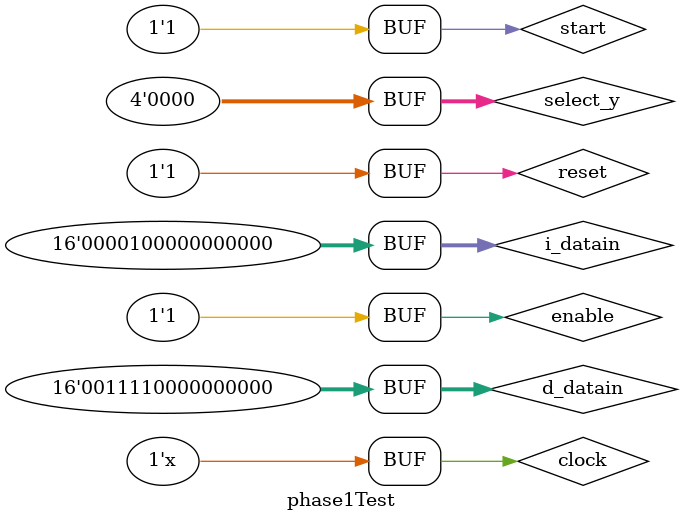
<source format=v>
`timescale 1ns / 1ps

`define gr0 3'b000
`define gr1 3'b001
`define gr2 3'b010
`define gr3 3'b011
`define gr4 3'b100
`define gr5 3'b101
`define gr6 3'b110
`define gr7 3'b111

//*****************operation set********************//
`define NOP  	5'b00000
`define HALT  	5'b00001

`define LOAD  	5'b00010
`define STORE 	5'b00011

`define LDIH  	5'b10000

`define ADD  	5'b01000
`define ADDI  	5'b01001
`define ADDC  	5'b10001

`define SUB  	5'b01010
`define SUBI  	5'b01011
`define SUBC  	5'b10010

`define CMP  	5'b01100

`define AND  	5'b01101
`define OR  	5'b01110
`define XOR  	5'b01111

`define SLL  	5'b00100
`define SRL  	5'b00110
`define SLA  	5'b00101
`define SRA  	5'b00111

`define JUMP  	5'b11000
`define JMPR  	5'b11001

`define BZ  	5'b11010
`define BNZ  	5'b11011
`define BN  	5'b11100
`define BNN  	5'b11101
`define BC  	5'b11110
`define BNC  	5'b11111

module phase1Test;

	// Inputs
	reg [15:0] d_datain;
	reg [15:0] i_datain;
	reg clock;
	reg reset;
	reg enable;
	reg start;
	reg [3:0] select_y;

	// Outputs
	wire [7:0] d_addr;
	wire [7:0] d_dataout;
	wire [7:0] i_addr;
	wire d_we;
	wire [15:0] y;

	// Instantiate the Unit Under Test (UUT)
	myCPU uut (
		.d_datain(d_datain), 
		.i_datain(i_datain), 
		.clock(clock), 
		.reset(reset), 
		.enable(enable), 
		.start(start), 
		.select_y(select_y), 
		.d_addr(d_addr), 
		.d_dataout(d_dataout), 
		.i_addr(i_addr), 
		.d_we(d_we), 
		.y(y)
	);
	
	initial begin

		$display("pc:      id_ir     :regA:regB:regC:da:dd:w:reC1: gr1: gr2: gr3");
		$monitor("%h:%b:%h:%h:%h:%h:%h:%b:%h:%h:%h:%h",
			uut.pc, uut.id_ir, uut.reg_A, uut.reg_B,uut.reg_C,
			d_addr, d_dataout, d_we, uut.reg_C1, uut.gr[1], uut.gr[2], uut.gr[3]);
			
		enable <= 1; start <= 0; i_datain <= 0; d_datain <= 0; select_y <= 0; clock <= 0;
			
		#10 reset <= 0;
		#10 reset <= 1;
		#10 enable <= 1;
		#10 start <= 1;
		#10 i_datain <= {`LOAD, `gr1, 1'b0, `gr0, 4'b0000};	//LOAD gr1,gr0,0
		#10 i_datain <= {`LOAD, `gr2, 1'b0, `gr0, 4'b0001};	//LOAD gr2,gr0,1
		#10 i_datain <= {`NOP,11'b000_0000_0000};					//NOP
		#10 i_datain <= {`NOP,11'b000_0000_0000};					//NOP
			d_datain <= 16'h3CAB;										//3 clk later from LOAD
		#10 i_datain <= {`NOP,11'b000_0000_0000};					//NOP
			d_datain <= 16'h3C00;										//3 clk later from LOAD
		#10 i_datain <= {`SUB, `gr3, 1'b0, `gr1, 1'b0, `gr2}; //ADD gr3,gr1,gr2
		#10 i_datain <= {`NOP,11'b000_0000_0000};					//NOP
		#10 i_datain <= {`NOP,11'b000_0000_0000};					//NOP
		#10 i_datain <= {`NOP,11'b000_0000_0000};					//NOP
		#10 i_datain <= {`STORE,`gr3, 1'b0, `gr0, 4'b0010};	//STORE gr3,gr0,2
		#10 i_datain <= {`HALT,11'b000_0000_0000};				//HALT

	end
	
	always #5 clock = ~clock;
      
endmodule


</source>
